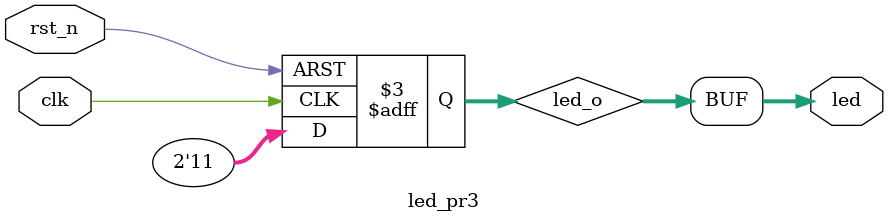
<source format=v>
`timescale 1ns / 1ps
module led_pr3(
    input clk,
    input rst_n,
    output [1:0]led
);
reg [1:0]led_o;

always@(posedge clk or negedge rst_n)begin
    if(!rst_n)begin
        led_o <= 2'b00;
    end
    else begin
        led_o <= 2'b11;
    end
end

assign led = led_o;

endmodule

</source>
